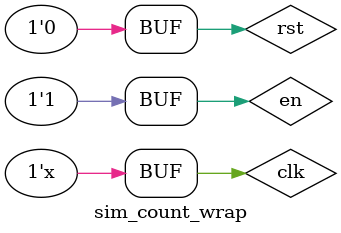
<source format=v>
`timescale 1ns / 1ps


module sim_count_wrap(

    );
    
    reg rst, clk, en;
    wire[9:0] a_val, b_val;
    
    wire A, B;
    wire wiz_lock, clkslow;
    
    count_wrap uut (
        .clk(clkslow),
        .rst(rst),
        .a_val(a_val),
        .b_val(b_val),
        .en(en),
        .A(A),
        .B(B)
    );
    
	
	/* clkslow simulation:
	   1 / (8560.713 ns - 8417.856 ns) = 7 MHz
	*/
    clk_wiz_0 inst_clk_wiz
	(
        // Clock out ports
        .clk_out1(clkslow),     // output clk_out1
        // Status and control signals
        .reset(rst), // input reset
        //.locked(wiz_lock),       // output locked
        // Clock in ports
        .clk_in1(clk)		//input clk_in1
	);      

    
    always
        #5 clk = ~clk;
    initial begin
        
        clk = 0;
        en = 0;
        rst = 1;
        //a_val = 0;
        //b_val = 0;
        
        // test out the en/rst
        #10;
        en = 1;
        rst = 0;
        
        #10;
        
        // test out a rst
        #100;
        rst = 1;
        #10;
        rst = 0;
        
        #500;
        
    end
endmodule

</source>
